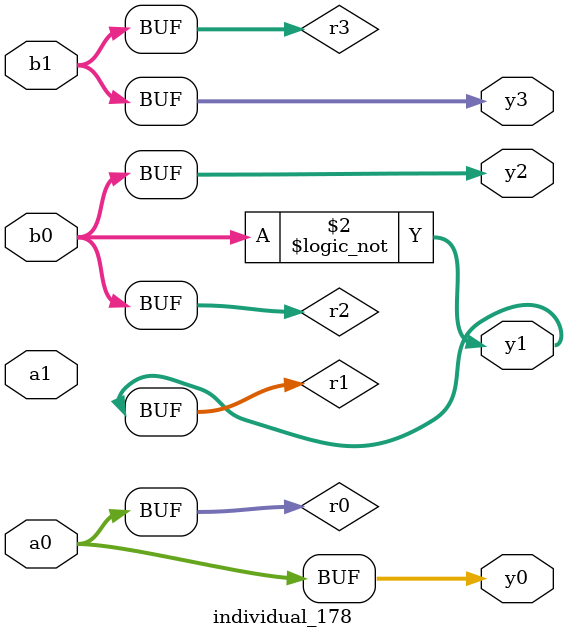
<source format=sv>
module individual_178(input logic [15:0] a1, input logic [15:0] a0, input logic [15:0] b1, input logic [15:0] b0, output logic [15:0] y3, output logic [15:0] y2, output logic [15:0] y1, output logic [15:0] y0);
logic [15:0] r0, r1, r2, r3; 
 always@(*) begin 
	 r0 = a0; r1 = a1; r2 = b0; r3 = b1; 
 	 r1 = ! b0 ;
 	 y3 = r3; y2 = r2; y1 = r1; y0 = r0; 
end
endmodule
</source>
